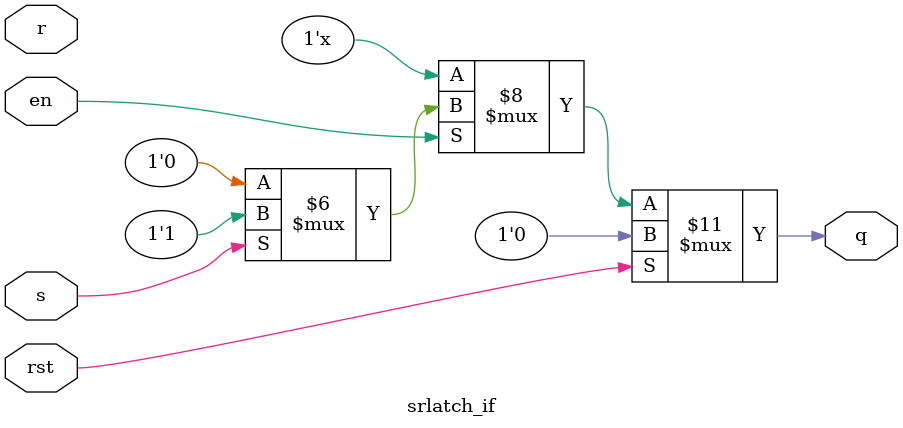
<source format=v>
module srlatch_if(output reg q,input s,r,en,rst);
	always @ *
	begin
		if(rst)
			q<=1'b0;
		else 
		begin
			if(en)
			begin 
				if(s)
				q<=1'b1;
				else
				q<=1'b0;
			end
			else if({s,r}==2'b11)
				q<=1'bx;
		end
	end
endmodule 
</source>
